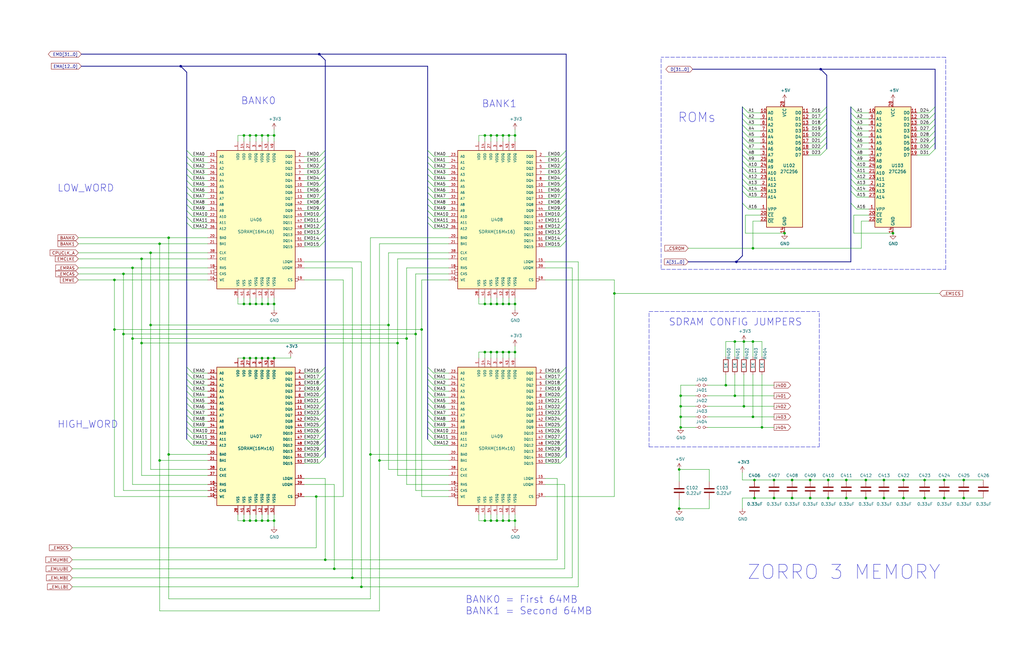
<source format=kicad_sch>
(kicad_sch (version 20211123) (generator eeschema)
  (paper "B")
  (title_block (title "Amiga N2630") (date "2022-05-26") (rev "2.0 QFP"))
  (junction (at 313.69 171.45))
  (junction (at 107.95 151.13))
  (junction (at 346.075 29.21))
  (junction (at 212.09 57.15))
  (junction (at 207.01 128.27))
  (junction (at 133.35 209.55))
  (junction (at 398.145 210.185))
  (junction (at 115.57 219.71))
  (junction (at 113.03 219.71))
  (junction (at 76.2 27.94))
  (junction (at 334.01 202.565))
  (junction (at 406.4 210.185))
  (junction (at 287.02 180.34))
  (junction (at 334.01 210.185))
  (junction (at 381 202.565))
  (junction (at 175.26 140.97))
  (junction (at 71.12 191.77))
  (junction (at 287.02 167.005))
  (junction (at 115.57 57.15))
  (junction (at 110.49 219.71))
  (junction (at 140.97 240.03))
  (junction (at 318.135 210.185))
  (junction (at 55.88 142.875))
  (junction (at 318.135 202.565))
  (junction (at 365.125 202.565))
  (junction (at 398.145 202.565))
  (junction (at 372.745 210.185))
  (junction (at 107.95 219.71))
  (junction (at 381 210.185))
  (junction (at 376.555 98.425))
  (junction (at 326.39 202.565))
  (junction (at 113.03 151.13))
  (junction (at 212.09 128.27))
  (junction (at 317.5 104.775))
  (junction (at 204.47 219.71))
  (junction (at 287.02 175.895))
  (junction (at 349.25 210.185))
  (junction (at 171.45 142.875))
  (junction (at 341.63 210.185))
  (junction (at 207.01 148.59))
  (junction (at 102.87 151.13))
  (junction (at 309.88 144.145))
  (junction (at 330.835 98.425))
  (junction (at 310.515 110.49))
  (junction (at 115.57 128.27))
  (junction (at 102.87 57.15))
  (junction (at 177.8 139.065))
  (junction (at 217.17 219.71))
  (junction (at 152.4 247.65))
  (junction (at 209.55 148.59))
  (junction (at 204.47 57.15))
  (junction (at 209.55 128.27))
  (junction (at 204.47 148.59))
  (junction (at 209.55 57.15))
  (junction (at 105.41 128.27))
  (junction (at 67.31 102.87))
  (junction (at 356.87 210.185))
  (junction (at 317.5 144.145))
  (junction (at 63.5 137.16))
  (junction (at 214.63 57.15))
  (junction (at 214.63 148.59))
  (junction (at 110.49 151.13))
  (junction (at 59.69 144.78))
  (junction (at 217.17 57.15))
  (junction (at 167.64 144.78))
  (junction (at 52.07 140.97))
  (junction (at 55.88 113.03))
  (junction (at 313.69 144.145))
  (junction (at 102.87 128.27))
  (junction (at 163.83 137.16))
  (junction (at 59.69 109.22))
  (junction (at 341.63 202.565))
  (junction (at 207.01 219.71))
  (junction (at 156.21 191.77))
  (junction (at 160.02 194.31))
  (junction (at 209.55 219.71))
  (junction (at 105.41 151.13))
  (junction (at 309.88 167.005))
  (junction (at 105.41 57.15))
  (junction (at 63.5 106.68))
  (junction (at 372.745 202.565))
  (junction (at 321.31 180.34))
  (junction (at 105.41 219.71))
  (junction (at 48.26 139.065))
  (junction (at 67.31 194.31))
  (junction (at 107.95 57.15))
  (junction (at 326.39 210.185))
  (junction (at 286.385 198.12))
  (junction (at 259.08 123.825))
  (junction (at 406.4 202.565))
  (junction (at 48.26 118.11))
  (junction (at 148.59 243.84))
  (junction (at 306.07 162.56))
  (junction (at 110.49 57.15))
  (junction (at 52.07 115.57))
  (junction (at 287.02 171.45))
  (junction (at 212.09 148.59))
  (junction (at 356.87 202.565))
  (junction (at 102.87 219.71))
  (junction (at 71.12 100.33))
  (junction (at 134.62 22.86))
  (junction (at 217.17 128.27))
  (junction (at 214.63 128.27))
  (junction (at 115.57 151.13))
  (junction (at 365.125 210.185))
  (junction (at 110.49 128.27))
  (junction (at 204.47 128.27))
  (junction (at 137.16 236.22))
  (junction (at 317.5 175.895))
  (junction (at 217.17 148.59))
  (junction (at 113.03 57.15))
  (junction (at 389.89 210.185))
  (junction (at 107.95 128.27))
  (junction (at 113.03 128.27))
  (junction (at 207.01 57.15))
  (junction (at 214.63 219.71))
  (junction (at 286.385 214.63))
  (junction (at 349.25 202.565))
  (junction (at 389.89 202.565))
  (junction (at 212.09 219.71))
  (bus_entry (at 81.28 157.48) (size -2.54 -2.54))
  (bus_entry (at 236.22 83.82) (size 2.54 -2.54))
  (bus_entry (at 134.62 101.6) (size 2.54 -2.54))
  (bus_entry (at 134.62 86.36) (size 2.54 -2.54))
  (bus_entry (at 236.22 193.04) (size 2.54 -2.54))
  (bus_entry (at 236.22 172.72) (size 2.54 -2.54))
  (bus_entry (at 391.795 65.405) (size 2.54 -2.54))
  (bus_entry (at 134.62 187.96) (size 2.54 -2.54))
  (bus_entry (at 81.28 86.36) (size -2.54 -2.54))
  (bus_entry (at 391.795 52.705) (size 2.54 -2.54))
  (bus_entry (at 81.28 88.9) (size -2.54 -2.54))
  (bus_entry (at 236.22 73.66) (size 2.54 -2.54))
  (bus_entry (at 81.28 73.66) (size -2.54 -2.54))
  (bus_entry (at 134.62 193.04) (size 2.54 -2.54))
  (bus_entry (at 134.62 190.5) (size 2.54 -2.54))
  (bus_entry (at 236.22 66.04) (size 2.54 -2.54))
  (bus_entry (at 134.62 170.18) (size 2.54 -2.54))
  (bus_entry (at 134.62 88.9) (size 2.54 -2.54))
  (bus_entry (at 315.595 70.485) (size -2.54 -2.54))
  (bus_entry (at 182.88 66.04) (size -2.54 -2.54))
  (bus_entry (at 182.88 88.9) (size -2.54 -2.54))
  (bus_entry (at 182.88 180.34) (size -2.54 -2.54))
  (bus_entry (at 236.22 71.12) (size 2.54 -2.54))
  (bus_entry (at 134.62 182.88) (size 2.54 -2.54))
  (bus_entry (at 81.28 93.98) (size -2.54 -2.54))
  (bus_entry (at 361.315 47.625) (size -2.54 -2.54))
  (bus_entry (at 81.28 172.72) (size -2.54 -2.54))
  (bus_entry (at 81.28 71.12) (size -2.54 -2.54))
  (bus_entry (at 361.315 88.265) (size -2.54 -2.54))
  (bus_entry (at 361.315 52.705) (size -2.54 -2.54))
  (bus_entry (at 361.315 55.245) (size -2.54 -2.54))
  (bus_entry (at 346.075 65.405) (size 2.54 -2.54))
  (bus_entry (at 182.88 78.74) (size -2.54 -2.54))
  (bus_entry (at 182.88 175.26) (size -2.54 -2.54))
  (bus_entry (at 182.88 187.96) (size -2.54 -2.54))
  (bus_entry (at 182.88 177.8) (size -2.54 -2.54))
  (bus_entry (at 182.88 91.44) (size -2.54 -2.54))
  (bus_entry (at 236.22 68.58) (size 2.54 -2.54))
  (bus_entry (at 315.595 47.625) (size -2.54 -2.54))
  (bus_entry (at 81.28 83.82) (size -2.54 -2.54))
  (bus_entry (at 134.62 180.34) (size 2.54 -2.54))
  (bus_entry (at 236.22 76.2) (size 2.54 -2.54))
  (bus_entry (at 182.88 170.18) (size -2.54 -2.54))
  (bus_entry (at 315.595 78.105) (size -2.54 -2.54))
  (bus_entry (at 346.075 55.245) (size 2.54 -2.54))
  (bus_entry (at 236.22 177.8) (size 2.54 -2.54))
  (bus_entry (at 361.315 83.185) (size -2.54 -2.54))
  (bus_entry (at 315.595 67.945) (size -2.54 -2.54))
  (bus_entry (at 236.22 182.88) (size 2.54 -2.54))
  (bus_entry (at 81.28 68.58) (size -2.54 -2.54))
  (bus_entry (at 81.28 165.1) (size -2.54 -2.54))
  (bus_entry (at 361.315 73.025) (size -2.54 -2.54))
  (bus_entry (at 81.28 162.56) (size -2.54 -2.54))
  (bus_entry (at 236.22 93.98) (size 2.54 -2.54))
  (bus_entry (at 81.28 187.96) (size -2.54 -2.54))
  (bus_entry (at 236.22 86.36) (size 2.54 -2.54))
  (bus_entry (at 315.595 80.645) (size -2.54 -2.54))
  (bus_entry (at 81.28 175.26) (size -2.54 -2.54))
  (bus_entry (at 236.22 165.1) (size 2.54 -2.54))
  (bus_entry (at 134.62 167.64) (size 2.54 -2.54))
  (bus_entry (at 81.28 177.8) (size -2.54 -2.54))
  (bus_entry (at 315.595 52.705) (size -2.54 -2.54))
  (bus_entry (at 134.62 78.74) (size 2.54 -2.54))
  (bus_entry (at 361.315 62.865) (size -2.54 -2.54))
  (bus_entry (at 236.22 167.64) (size 2.54 -2.54))
  (bus_entry (at 236.22 175.26) (size 2.54 -2.54))
  (bus_entry (at 361.315 65.405) (size -2.54 -2.54))
  (bus_entry (at 236.22 81.28) (size 2.54 -2.54))
  (bus_entry (at 134.62 93.98) (size 2.54 -2.54))
  (bus_entry (at 182.88 162.56) (size -2.54 -2.54))
  (bus_entry (at 236.22 180.34) (size 2.54 -2.54))
  (bus_entry (at 391.795 50.165) (size 2.54 -2.54))
  (bus_entry (at 182.88 167.64) (size -2.54 -2.54))
  (bus_entry (at 236.22 185.42) (size 2.54 -2.54))
  (bus_entry (at 134.62 73.66) (size 2.54 -2.54))
  (bus_entry (at 182.88 83.82) (size -2.54 -2.54))
  (bus_entry (at 134.62 71.12) (size 2.54 -2.54))
  (bus_entry (at 236.22 101.6) (size 2.54 -2.54))
  (bus_entry (at 134.62 160.02) (size 2.54 -2.54))
  (bus_entry (at 182.88 76.2) (size -2.54 -2.54))
  (bus_entry (at 134.62 165.1) (size 2.54 -2.54))
  (bus_entry (at 81.28 167.64) (size -2.54 -2.54))
  (bus_entry (at 236.22 190.5) (size 2.54 -2.54))
  (bus_entry (at 182.88 165.1) (size -2.54 -2.54))
  (bus_entry (at 315.595 75.565) (size -2.54 -2.54))
  (bus_entry (at 346.075 47.625) (size 2.54 -2.54))
  (bus_entry (at 134.62 68.58) (size 2.54 -2.54))
  (bus_entry (at 134.62 66.04) (size 2.54 -2.54))
  (bus_entry (at 315.595 55.245) (size -2.54 -2.54))
  (bus_entry (at 315.595 73.025) (size -2.54 -2.54))
  (bus_entry (at 81.28 96.52) (size -2.54 -2.54))
  (bus_entry (at 236.22 187.96) (size 2.54 -2.54))
  (bus_entry (at 361.315 60.325) (size -2.54 -2.54))
  (bus_entry (at 81.28 76.2) (size -2.54 -2.54))
  (bus_entry (at 134.62 91.44) (size 2.54 -2.54))
  (bus_entry (at 134.62 99.06) (size 2.54 -2.54))
  (bus_entry (at 236.22 88.9) (size 2.54 -2.54))
  (bus_entry (at 236.22 195.58) (size 2.54 -2.54))
  (bus_entry (at 182.88 182.88) (size -2.54 -2.54))
  (bus_entry (at 182.88 157.48) (size -2.54 -2.54))
  (bus_entry (at 361.315 67.945) (size -2.54 -2.54))
  (bus_entry (at 346.075 57.785) (size 2.54 -2.54))
  (bus_entry (at 134.62 96.52) (size 2.54 -2.54))
  (bus_entry (at 134.62 162.56) (size 2.54 -2.54))
  (bus_entry (at 81.28 185.42) (size -2.54 -2.54))
  (bus_entry (at 134.62 172.72) (size 2.54 -2.54))
  (bus_entry (at 236.22 96.52) (size 2.54 -2.54))
  (bus_entry (at 81.28 66.04) (size -2.54 -2.54))
  (bus_entry (at 81.28 81.28) (size -2.54 -2.54))
  (bus_entry (at 236.22 104.14) (size 2.54 -2.54))
  (bus_entry (at 236.22 78.74) (size 2.54 -2.54))
  (bus_entry (at 81.28 170.18) (size -2.54 -2.54))
  (bus_entry (at 81.28 78.74) (size -2.54 -2.54))
  (bus_entry (at 236.22 99.06) (size 2.54 -2.54))
  (bus_entry (at 315.595 83.185) (size -2.54 -2.54))
  (bus_entry (at 236.22 162.56) (size 2.54 -2.54))
  (bus_entry (at 134.62 185.42) (size 2.54 -2.54))
  (bus_entry (at 236.22 160.02) (size 2.54 -2.54))
  (bus_entry (at 182.88 185.42) (size -2.54 -2.54))
  (bus_entry (at 346.075 60.325) (size 2.54 -2.54))
  (bus_entry (at 346.075 52.705) (size 2.54 -2.54))
  (bus_entry (at 361.315 57.785) (size -2.54 -2.54))
  (bus_entry (at 134.62 83.82) (size 2.54 -2.54))
  (bus_entry (at 182.88 71.12) (size -2.54 -2.54))
  (bus_entry (at 361.315 70.485) (size -2.54 -2.54))
  (bus_entry (at 81.28 180.34) (size -2.54 -2.54))
  (bus_entry (at 236.22 157.48) (size 2.54 -2.54))
  (bus_entry (at 315.595 88.265) (size -2.54 -2.54))
  (bus_entry (at 315.595 50.165) (size -2.54 -2.54))
  (bus_entry (at 391.795 62.865) (size 2.54 -2.54))
  (bus_entry (at 391.795 55.245) (size 2.54 -2.54))
  (bus_entry (at 134.62 177.8) (size 2.54 -2.54))
  (bus_entry (at 182.88 93.98) (size -2.54 -2.54))
  (bus_entry (at 81.28 182.88) (size -2.54 -2.54))
  (bus_entry (at 346.075 62.865) (size 2.54 -2.54))
  (bus_entry (at 315.595 57.785) (size -2.54 -2.54))
  (bus_entry (at 236.22 91.44) (size 2.54 -2.54))
  (bus_entry (at 182.88 160.02) (size -2.54 -2.54))
  (bus_entry (at 134.62 104.14) (size 2.54 -2.54))
  (bus_entry (at 391.795 60.325) (size 2.54 -2.54))
  (bus_entry (at 182.88 172.72) (size -2.54 -2.54))
  (bus_entry (at 134.62 195.58) (size 2.54 -2.54))
  (bus_entry (at 361.315 80.645) (size -2.54 -2.54))
  (bus_entry (at 315.595 65.405) (size -2.54 -2.54))
  (bus_entry (at 391.795 57.785) (size 2.54 -2.54))
  (bus_entry (at 391.795 47.625) (size 2.54 -2.54))
  (bus_entry (at 182.88 68.58) (size -2.54 -2.54))
  (bus_entry (at 134.62 81.28) (size 2.54 -2.54))
  (bus_entry (at 361.315 75.565) (size -2.54 -2.54))
  (bus_entry (at 182.88 86.36) (size -2.54 -2.54))
  (bus_entry (at 81.28 91.44) (size -2.54 -2.54))
  (bus_entry (at 346.075 50.165) (size 2.54 -2.54))
  (bus_entry (at 182.88 81.28) (size -2.54 -2.54))
  (bus_entry (at 315.595 62.865) (size -2.54 -2.54))
  (bus_entry (at 134.62 157.48) (size 2.54 -2.54))
  (bus_entry (at 361.315 50.165) (size -2.54 -2.54))
  (bus_entry (at 134.62 76.2) (size 2.54 -2.54))
  (bus_entry (at 361.315 78.105) (size -2.54 -2.54))
  (bus_entry (at 81.28 160.02) (size -2.54 -2.54))
  (bus_entry (at 134.62 175.26) (size 2.54 -2.54))
  (bus_entry (at 315.595 60.325) (size -2.54 -2.54))
  (bus_entry (at 182.88 73.66) (size -2.54 -2.54))
  (bus_entry (at 236.22 170.18) (size 2.54 -2.54))
  (bus_entry (at 182.88 96.52) (size -2.54 -2.54))
  (bus (pts (xy 238.76 22.86) (xy 238.76 63.5)))
  (wire (pts (xy 321.31 158.115) (xy 321.31 180.34)))
  (wire (pts (xy 306.07 144.145) (xy 309.88 144.145)))
  (bus (pts (xy 78.74 93.98) (xy 78.74 154.94)))
  (wire (pts (xy 214.63 151.13) (xy 214.63 148.59)))
  (bus (pts (xy 346.075 29.21) (xy 394.335 29.21)))
  (wire (pts (xy 128.27 71.12) (xy 134.62 71.12)))
  (wire (pts (xy 229.87 157.48) (xy 236.22 157.48)))
  (wire (pts (xy 87.63 182.88) (xy 81.28 182.88)))
  (wire (pts (xy 314.325 90.805) (xy 314.325 98.425)))
  (wire (pts (xy 128.27 68.58) (xy 134.62 68.58)))
  (wire (pts (xy 381 210.185) (xy 389.89 210.185)))
  (wire (pts (xy 167.64 144.78) (xy 167.64 200.66)))
  (wire (pts (xy 313.69 171.45) (xy 326.39 171.45)))
  (wire (pts (xy 115.57 57.15) (xy 115.57 54.61)))
  (wire (pts (xy 229.87 170.18) (xy 236.22 170.18)))
  (wire (pts (xy 115.57 59.69) (xy 115.57 57.15)))
  (bus (pts (xy 238.76 66.04) (xy 238.76 68.58)))
  (wire (pts (xy 59.69 200.66) (xy 59.69 144.78)))
  (bus (pts (xy 238.76 175.26) (xy 238.76 177.8)))
  (wire (pts (xy 156.21 252.73) (xy 71.12 252.73)))
  (bus (pts (xy 313.055 47.625) (xy 313.055 50.165)))
  (bus (pts (xy 358.775 62.865) (xy 358.775 65.405)))
  (bus (pts (xy 238.76 154.94) (xy 238.76 157.48)))
  (wire (pts (xy 189.23 160.02) (xy 182.88 160.02)))
  (bus (pts (xy 180.34 27.94) (xy 180.34 63.5)))
  (wire (pts (xy 363.22 93.345) (xy 363.22 104.775)))
  (bus (pts (xy 358.775 67.945) (xy 358.775 70.485)))
  (wire (pts (xy 229.87 76.2) (xy 236.22 76.2)))
  (bus (pts (xy 137.16 185.42) (xy 137.16 187.96)))
  (wire (pts (xy 189.23 115.57) (xy 175.26 115.57)))
  (wire (pts (xy 386.715 52.705) (xy 391.795 52.705)))
  (bus (pts (xy 180.34 162.56) (xy 180.34 165.1)))
  (wire (pts (xy 59.69 144.78) (xy 167.64 144.78)))
  (wire (pts (xy 87.63 113.03) (xy 55.88 113.03)))
  (bus (pts (xy 238.76 99.06) (xy 238.76 101.6)))
  (wire (pts (xy 128.27 190.5) (xy 134.62 190.5)))
  (bus (pts (xy 358.775 60.325) (xy 358.775 62.865)))
  (bus (pts (xy 348.615 31.75) (xy 348.615 45.085)))
  (wire (pts (xy 140.97 240.03) (xy 30.48 240.03)))
  (wire (pts (xy 67.31 257.81) (xy 160.02 257.81)))
  (wire (pts (xy 100.33 57.15) (xy 102.87 57.15)))
  (wire (pts (xy 189.23 102.87) (xy 160.02 102.87)))
  (wire (pts (xy 189.23 175.26) (xy 182.88 175.26)))
  (wire (pts (xy 366.395 78.105) (xy 361.315 78.105)))
  (wire (pts (xy 67.31 194.31) (xy 67.31 102.87)))
  (wire (pts (xy 365.125 210.185) (xy 372.745 210.185)))
  (wire (pts (xy 320.675 55.245) (xy 315.595 55.245)))
  (wire (pts (xy 167.64 109.22) (xy 167.64 144.78)))
  (wire (pts (xy 189.23 76.2) (xy 182.88 76.2)))
  (wire (pts (xy 340.995 55.245) (xy 346.075 55.245)))
  (wire (pts (xy 320.675 62.865) (xy 315.595 62.865)))
  (wire (pts (xy 287.02 171.45) (xy 287.02 175.895)))
  (wire (pts (xy 189.23 100.33) (xy 156.21 100.33)))
  (bus (pts (xy 137.16 170.18) (xy 137.16 172.72)))
  (polyline (pts (xy 398.78 113.665) (xy 398.78 24.13)))
  (wire (pts (xy 52.07 115.57) (xy 87.63 115.57)))
  (wire (pts (xy 318.135 202.565) (xy 326.39 202.565)))
  (wire (pts (xy 386.715 55.245) (xy 391.795 55.245)))
  (wire (pts (xy 175.26 115.57) (xy 175.26 140.97)))
  (wire (pts (xy 313.69 144.145) (xy 313.69 150.495)))
  (bus (pts (xy 137.16 157.48) (xy 137.16 160.02)))
  (bus (pts (xy 394.335 45.085) (xy 394.335 47.625)))
  (wire (pts (xy 189.23 207.01) (xy 175.26 207.01)))
  (wire (pts (xy 207.01 217.17) (xy 207.01 219.71)))
  (wire (pts (xy 87.63 78.74) (xy 81.28 78.74)))
  (wire (pts (xy 286.385 203.2) (xy 286.385 198.12)))
  (wire (pts (xy 189.23 68.58) (xy 182.88 68.58)))
  (bus (pts (xy 238.76 165.1) (xy 238.76 167.64)))
  (bus (pts (xy 137.16 93.98) (xy 137.16 96.52)))
  (wire (pts (xy 340.995 57.785) (xy 346.075 57.785)))
  (wire (pts (xy 128.27 81.28) (xy 134.62 81.28)))
  (wire (pts (xy 320.675 65.405) (xy 315.595 65.405)))
  (wire (pts (xy 160.02 194.31) (xy 160.02 257.81)))
  (bus (pts (xy 137.16 25.4) (xy 134.62 22.86)))
  (bus (pts (xy 180.34 88.9) (xy 180.34 91.44)))
  (wire (pts (xy 372.745 202.565) (xy 381 202.565)))
  (wire (pts (xy 201.93 128.27) (xy 204.47 128.27)))
  (bus (pts (xy 180.34 180.34) (xy 180.34 182.88)))
  (bus (pts (xy 134.62 22.86) (xy 238.76 22.86)))
  (wire (pts (xy 209.55 148.59) (xy 212.09 148.59)))
  (wire (pts (xy 100.33 219.71) (xy 102.87 219.71)))
  (wire (pts (xy 128.27 170.18) (xy 134.62 170.18)))
  (wire (pts (xy 366.395 73.025) (xy 361.315 73.025)))
  (wire (pts (xy 87.63 109.22) (xy 59.69 109.22)))
  (wire (pts (xy 63.5 198.12) (xy 63.5 137.16)))
  (wire (pts (xy 201.93 125.73) (xy 201.93 128.27)))
  (bus (pts (xy 313.055 75.565) (xy 313.055 78.105)))
  (wire (pts (xy 204.47 148.59) (xy 207.01 148.59)))
  (wire (pts (xy 163.83 137.16) (xy 163.83 198.12)))
  (bus (pts (xy 180.34 71.12) (xy 180.34 73.66)))
  (wire (pts (xy 318.135 202.565) (xy 313.055 202.565)))
  (wire (pts (xy 340.995 52.705) (xy 346.075 52.705)))
  (wire (pts (xy 259.08 123.825) (xy 259.08 209.55)))
  (wire (pts (xy 299.085 198.12) (xy 299.085 203.2)))
  (wire (pts (xy 87.63 167.64) (xy 81.28 167.64)))
  (wire (pts (xy 229.87 81.28) (xy 236.22 81.28)))
  (bus (pts (xy 180.34 73.66) (xy 180.34 76.2)))
  (wire (pts (xy 229.87 113.03) (xy 241.3 113.03)))
  (wire (pts (xy 321.31 150.495) (xy 321.31 144.145)))
  (bus (pts (xy 137.16 167.64) (xy 137.16 170.18)))
  (bus (pts (xy 358.775 50.165) (xy 358.775 52.705)))
  (wire (pts (xy 398.145 202.565) (xy 406.4 202.565)))
  (wire (pts (xy 189.23 88.9) (xy 182.88 88.9)))
  (wire (pts (xy 48.26 139.065) (xy 48.26 209.55)))
  (wire (pts (xy 201.93 57.15) (xy 204.47 57.15)))
  (wire (pts (xy 102.87 219.71) (xy 105.41 219.71)))
  (bus (pts (xy 180.34 182.88) (xy 180.34 185.42)))
  (wire (pts (xy 366.395 57.785) (xy 361.315 57.785)))
  (wire (pts (xy 102.87 151.13) (xy 105.41 151.13)))
  (wire (pts (xy 318.135 210.185) (xy 326.39 210.185)))
  (bus (pts (xy 137.16 91.44) (xy 137.16 93.98)))
  (wire (pts (xy 299.085 214.63) (xy 299.085 210.82)))
  (wire (pts (xy 366.395 75.565) (xy 361.315 75.565)))
  (wire (pts (xy 214.63 217.17) (xy 214.63 219.71)))
  (bus (pts (xy 180.34 76.2) (xy 180.34 78.74)))
  (wire (pts (xy 107.95 151.13) (xy 110.49 151.13)))
  (wire (pts (xy 212.09 217.17) (xy 212.09 219.71)))
  (bus (pts (xy 137.16 182.88) (xy 137.16 185.42)))
  (bus (pts (xy 394.335 52.705) (xy 394.335 55.245)))
  (wire (pts (xy 317.5 104.775) (xy 290.195 104.775)))
  (wire (pts (xy 71.12 191.77) (xy 71.12 100.33)))
  (wire (pts (xy 320.675 47.625) (xy 315.595 47.625)))
  (wire (pts (xy 189.23 78.74) (xy 182.88 78.74)))
  (wire (pts (xy 189.23 194.31) (xy 160.02 194.31)))
  (wire (pts (xy 128.27 162.56) (xy 134.62 162.56)))
  (wire (pts (xy 309.88 167.005) (xy 326.39 167.005)))
  (wire (pts (xy 234.95 201.93) (xy 234.95 236.22)))
  (wire (pts (xy 340.995 47.625) (xy 346.075 47.625)))
  (bus (pts (xy 348.615 52.705) (xy 348.615 55.245)))
  (wire (pts (xy 214.63 219.71) (xy 217.17 219.71)))
  (bus (pts (xy 358.775 85.725) (xy 358.775 110.49)))
  (wire (pts (xy 128.27 88.9) (xy 134.62 88.9)))
  (bus (pts (xy 78.74 78.74) (xy 78.74 81.28)))
  (wire (pts (xy 229.87 83.82) (xy 236.22 83.82)))
  (wire (pts (xy 320.675 83.185) (xy 315.595 83.185)))
  (wire (pts (xy 286.385 214.63) (xy 299.085 214.63)))
  (wire (pts (xy 366.395 67.945) (xy 361.315 67.945)))
  (wire (pts (xy 105.41 125.73) (xy 105.41 128.27)))
  (bus (pts (xy 180.34 167.64) (xy 180.34 170.18)))
  (wire (pts (xy 217.17 148.59) (xy 217.17 146.05)))
  (wire (pts (xy 163.83 198.12) (xy 189.23 198.12)))
  (wire (pts (xy 189.23 96.52) (xy 182.88 96.52)))
  (bus (pts (xy 180.34 86.36) (xy 180.34 88.9)))
  (polyline (pts (xy 345.44 188.595) (xy 345.44 131.445)))
  (bus (pts (xy 180.34 91.44) (xy 180.34 93.98)))
  (wire (pts (xy 386.715 62.865) (xy 391.795 62.865)))
  (wire (pts (xy 87.63 177.8) (xy 81.28 177.8)))
  (bus (pts (xy 76.2 27.94) (xy 180.34 27.94)))
  (wire (pts (xy 229.87 99.06) (xy 236.22 99.06)))
  (wire (pts (xy 229.87 187.96) (xy 236.22 187.96)))
  (wire (pts (xy 320.675 88.265) (xy 315.595 88.265)))
  (wire (pts (xy 398.145 210.185) (xy 406.4 210.185)))
  (bus (pts (xy 310.515 110.49) (xy 358.775 110.49)))
  (wire (pts (xy 287.02 175.895) (xy 293.37 175.895)))
  (wire (pts (xy 189.23 170.18) (xy 182.88 170.18)))
  (wire (pts (xy 365.125 202.565) (xy 356.87 202.565)))
  (wire (pts (xy 363.22 104.775) (xy 317.5 104.775)))
  (wire (pts (xy 102.87 128.27) (xy 105.41 128.27)))
  (wire (pts (xy 48.26 118.11) (xy 33.02 118.11)))
  (wire (pts (xy 313.69 144.145) (xy 317.5 144.145)))
  (wire (pts (xy 229.87 204.47) (xy 238.125 204.47)))
  (bus (pts (xy 78.74 81.28) (xy 78.74 83.82)))
  (bus (pts (xy 137.16 154.94) (xy 137.16 157.48)))
  (bus (pts (xy 238.76 182.88) (xy 238.76 185.42)))
  (wire (pts (xy 87.63 191.77) (xy 71.12 191.77)))
  (wire (pts (xy 340.995 65.405) (xy 346.075 65.405)))
  (polyline (pts (xy 278.765 113.665) (xy 398.78 113.665)))
  (wire (pts (xy 238.125 240.03) (xy 238.125 204.47)))
  (wire (pts (xy 229.87 96.52) (xy 236.22 96.52)))
  (bus (pts (xy 238.76 180.34) (xy 238.76 182.88)))
  (wire (pts (xy 317.5 144.145) (xy 321.31 144.145)))
  (wire (pts (xy 381 202.565) (xy 389.89 202.565)))
  (wire (pts (xy 334.01 202.565) (xy 341.63 202.565)))
  (bus (pts (xy 238.76 162.56) (xy 238.76 165.1)))
  (bus (pts (xy 78.74 162.56) (xy 78.74 165.1)))
  (wire (pts (xy 209.55 125.73) (xy 209.55 128.27)))
  (wire (pts (xy 128.27 201.93) (xy 137.16 201.93)))
  (wire (pts (xy 63.5 137.16) (xy 63.5 106.68)))
  (wire (pts (xy 212.09 151.13) (xy 212.09 148.59)))
  (wire (pts (xy 87.63 157.48) (xy 81.28 157.48)))
  (bus (pts (xy 313.055 52.705) (xy 313.055 55.245)))
  (wire (pts (xy 52.07 207.01) (xy 52.07 140.97)))
  (bus (pts (xy 292.1 29.21) (xy 346.075 29.21)))
  (bus (pts (xy 180.34 175.26) (xy 180.34 177.8)))
  (wire (pts (xy 189.23 91.44) (xy 182.88 91.44)))
  (wire (pts (xy 128.27 175.26) (xy 134.62 175.26)))
  (wire (pts (xy 313.055 202.565) (xy 313.055 199.39)))
  (wire (pts (xy 67.31 194.31) (xy 67.31 257.81)))
  (wire (pts (xy 209.55 219.71) (xy 212.09 219.71)))
  (bus (pts (xy 358.775 65.405) (xy 358.775 67.945)))
  (wire (pts (xy 105.41 128.27) (xy 107.95 128.27)))
  (wire (pts (xy 209.55 217.17) (xy 209.55 219.71)))
  (wire (pts (xy 340.995 62.865) (xy 346.075 62.865)))
  (polyline (pts (xy 398.78 24.13) (xy 278.765 24.13)))
  (wire (pts (xy 115.57 151.13) (xy 122.555 151.13)))
  (wire (pts (xy 201.93 217.17) (xy 201.93 219.71)))
  (wire (pts (xy 107.95 128.27) (xy 110.49 128.27)))
  (wire (pts (xy 386.715 50.165) (xy 391.795 50.165)))
  (bus (pts (xy 238.76 170.18) (xy 238.76 172.72)))
  (wire (pts (xy 140.97 204.47) (xy 140.97 240.03)))
  (wire (pts (xy 87.63 118.11) (xy 48.26 118.11)))
  (bus (pts (xy 358.775 80.645) (xy 358.775 85.725)))
  (wire (pts (xy 209.55 151.13) (xy 209.55 148.59)))
  (wire (pts (xy 366.395 70.485) (xy 361.315 70.485)))
  (wire (pts (xy 366.395 88.265) (xy 361.315 88.265)))
  (wire (pts (xy 366.395 65.405) (xy 361.315 65.405)))
  (wire (pts (xy 113.03 219.71) (xy 115.57 219.71)))
  (wire (pts (xy 87.63 81.28) (xy 81.28 81.28)))
  (wire (pts (xy 320.675 57.785) (xy 315.595 57.785)))
  (bus (pts (xy 180.34 177.8) (xy 180.34 180.34)))
  (wire (pts (xy 177.8 118.11) (xy 177.8 139.065)))
  (bus (pts (xy 313.055 85.725) (xy 313.055 107.95)))
  (wire (pts (xy 349.25 202.565) (xy 341.63 202.565)))
  (wire (pts (xy 341.63 210.185) (xy 349.25 210.185)))
  (wire (pts (xy 217.17 59.69) (xy 217.17 57.15)))
  (bus (pts (xy 238.76 172.72) (xy 238.76 175.26)))
  (wire (pts (xy 366.395 55.245) (xy 361.315 55.245)))
  (bus (pts (xy 348.615 57.785) (xy 348.615 60.325)))
  (bus (pts (xy 238.76 185.42) (xy 238.76 187.96)))
  (wire (pts (xy 115.57 219.71) (xy 115.57 222.25)))
  (bus (pts (xy 180.34 81.28) (xy 180.34 83.82)))
  (wire (pts (xy 201.93 148.59) (xy 204.47 148.59)))
  (wire (pts (xy 102.87 125.73) (xy 102.87 128.27)))
  (wire (pts (xy 229.87 190.5) (xy 236.22 190.5)))
  (wire (pts (xy 204.47 217.17) (xy 204.47 219.71)))
  (wire (pts (xy 71.12 100.33) (xy 33.02 100.33)))
  (wire (pts (xy 52.07 140.97) (xy 175.26 140.97)))
  (wire (pts (xy 189.23 66.04) (xy 182.88 66.04)))
  (bus (pts (xy 78.74 76.2) (xy 78.74 78.74)))
  (bus (pts (xy 313.055 67.945) (xy 313.055 70.485)))
  (wire (pts (xy 389.89 202.565) (xy 398.145 202.565)))
  (wire (pts (xy 217.17 128.27) (xy 217.17 125.73)))
  (bus (pts (xy 78.74 180.34) (xy 78.74 182.88)))
  (wire (pts (xy 107.95 219.71) (xy 110.49 219.71)))
  (wire (pts (xy 152.4 110.49) (xy 152.4 247.65)))
  (wire (pts (xy 229.87 165.1) (xy 236.22 165.1)))
  (wire (pts (xy 128.27 86.36) (xy 134.62 86.36)))
  (wire (pts (xy 366.395 62.865) (xy 361.315 62.865)))
  (wire (pts (xy 366.395 90.805) (xy 360.045 90.805)))
  (bus (pts (xy 137.16 63.5) (xy 137.16 66.04)))
  (wire (pts (xy 366.395 83.185) (xy 361.315 83.185)))
  (bus (pts (xy 358.775 75.565) (xy 358.775 78.105)))
  (wire (pts (xy 137.16 236.22) (xy 234.95 236.22)))
  (wire (pts (xy 229.87 91.44) (xy 236.22 91.44)))
  (bus (pts (xy 78.74 66.04) (xy 78.74 68.58)))
  (wire (pts (xy 102.87 57.15) (xy 105.41 57.15)))
  (wire (pts (xy 286.385 210.82) (xy 286.385 214.63)))
  (wire (pts (xy 189.23 180.34) (xy 182.88 180.34)))
  (bus (pts (xy 34.29 27.94) (xy 76.2 27.94)))
  (bus (pts (xy 78.74 73.66) (xy 78.74 76.2)))
  (bus (pts (xy 137.16 187.96) (xy 137.16 190.5)))
  (bus (pts (xy 78.74 160.02) (xy 78.74 162.56)))
  (wire (pts (xy 189.23 187.96) (xy 182.88 187.96)))
  (bus (pts (xy 78.74 91.44) (xy 78.74 93.98)))
  (wire (pts (xy 189.23 185.42) (xy 182.88 185.42)))
  (bus (pts (xy 137.16 175.26) (xy 137.16 177.8)))
  (bus (pts (xy 313.055 70.485) (xy 313.055 73.025)))
  (bus (pts (xy 137.16 160.02) (xy 137.16 162.56)))
  (wire (pts (xy 189.23 113.03) (xy 171.45 113.03)))
  (wire (pts (xy 87.63 76.2) (xy 81.28 76.2)))
  (wire (pts (xy 87.63 160.02) (xy 81.28 160.02)))
  (wire (pts (xy 214.63 59.69) (xy 214.63 57.15)))
  (wire (pts (xy 171.45 142.875) (xy 171.45 204.47)))
  (bus (pts (xy 313.055 62.865) (xy 313.055 65.405)))
  (bus (pts (xy 348.615 47.625) (xy 348.615 50.165)))
  (wire (pts (xy 309.88 144.145) (xy 309.88 150.495)))
  (wire (pts (xy 320.675 75.565) (xy 315.595 75.565)))
  (bus (pts (xy 78.74 63.5) (xy 78.74 66.04)))
  (wire (pts (xy 287.02 167.005) (xy 287.02 171.45)))
  (wire (pts (xy 320.675 93.345) (xy 317.5 93.345)))
  (wire (pts (xy 207.01 59.69) (xy 207.01 57.15)))
  (wire (pts (xy 366.395 93.345) (xy 363.22 93.345)))
  (wire (pts (xy 229.87 185.42) (xy 236.22 185.42)))
  (wire (pts (xy 189.23 165.1) (xy 182.88 165.1)))
  (wire (pts (xy 406.4 202.565) (xy 414.655 202.565)))
  (wire (pts (xy 320.675 73.025) (xy 315.595 73.025)))
  (wire (pts (xy 87.63 86.36) (xy 81.28 86.36)))
  (wire (pts (xy 87.63 93.98) (xy 81.28 93.98)))
  (wire (pts (xy 212.09 57.15) (xy 214.63 57.15)))
  (wire (pts (xy 204.47 128.27) (xy 207.01 128.27)))
  (wire (pts (xy 229.87 177.8) (xy 236.22 177.8)))
  (wire (pts (xy 113.03 125.73) (xy 113.03 128.27)))
  (bus (pts (xy 313.055 60.325) (xy 313.055 62.865)))
  (bus (pts (xy 238.76 96.52) (xy 238.76 99.06)))
  (wire (pts (xy 156.21 100.33) (xy 156.21 191.77)))
  (wire (pts (xy 87.63 162.56) (xy 81.28 162.56)))
  (wire (pts (xy 229.87 88.9) (xy 236.22 88.9)))
  (bus (pts (xy 358.775 52.705) (xy 358.775 55.245)))
  (wire (pts (xy 105.41 151.13) (xy 107.95 151.13)))
  (wire (pts (xy 52.07 140.97) (xy 52.07 115.57)))
  (wire (pts (xy 207.01 125.73) (xy 207.01 128.27)))
  (wire (pts (xy 212.09 148.59) (xy 214.63 148.59)))
  (wire (pts (xy 229.87 175.26) (xy 236.22 175.26)))
  (wire (pts (xy 137.16 236.22) (xy 30.48 236.22)))
  (bus (pts (xy 238.76 157.48) (xy 238.76 160.02)))
  (wire (pts (xy 110.49 151.13) (xy 113.03 151.13)))
  (bus (pts (xy 137.16 162.56) (xy 137.16 165.1)))
  (bus (pts (xy 358.775 45.085) (xy 358.775 47.625)))
  (wire (pts (xy 110.49 128.27) (xy 113.03 128.27)))
  (wire (pts (xy 115.57 128.27) (xy 115.57 130.81)))
  (polyline (pts (xy 273.685 131.445) (xy 345.44 131.445)))
  (bus (pts (xy 394.335 60.325) (xy 394.335 62.865)))
  (bus (pts (xy 78.74 71.12) (xy 78.74 73.66)))
  (wire (pts (xy 175.26 140.97) (xy 175.26 207.01)))
  (wire (pts (xy 33.02 115.57) (xy 52.07 115.57)))
  (bus (pts (xy 34.29 22.86) (xy 134.62 22.86)))
  (wire (pts (xy 287.02 167.005) (xy 293.37 167.005)))
  (wire (pts (xy 163.83 137.16) (xy 63.5 137.16)))
  (bus (pts (xy 78.74 30.48) (xy 76.2 27.94)))
  (wire (pts (xy 113.03 217.17) (xy 113.03 219.71)))
  (wire (pts (xy 209.55 57.15) (xy 212.09 57.15)))
  (wire (pts (xy 229.87 71.12) (xy 236.22 71.12)))
  (bus (pts (xy 358.775 55.245) (xy 358.775 57.785)))
  (wire (pts (xy 212.09 128.27) (xy 214.63 128.27)))
  (bus (pts (xy 358.775 70.485) (xy 358.775 73.025)))
  (bus (pts (xy 238.76 73.66) (xy 238.76 76.2)))
  (wire (pts (xy 217.17 219.71) (xy 217.17 217.17)))
  (wire (pts (xy 201.93 59.69) (xy 201.93 57.15)))
  (wire (pts (xy 229.87 193.04) (xy 236.22 193.04)))
  (wire (pts (xy 189.23 118.11) (xy 177.8 118.11)))
  (wire (pts (xy 318.135 210.185) (xy 313.055 210.185)))
  (wire (pts (xy 152.4 247.65) (xy 30.48 247.65)))
  (wire (pts (xy 128.27 180.34) (xy 134.62 180.34)))
  (wire (pts (xy 100.33 217.17) (xy 100.33 219.71)))
  (wire (pts (xy 287.02 162.56) (xy 287.02 167.005)))
  (wire (pts (xy 214.63 125.73) (xy 214.63 128.27)))
  (wire (pts (xy 306.07 158.115) (xy 306.07 162.56)))
  (wire (pts (xy 113.03 59.69) (xy 113.03 57.15)))
  (wire (pts (xy 148.59 243.84) (xy 30.48 243.84)))
  (wire (pts (xy 298.45 175.895) (xy 317.5 175.895)))
  (wire (pts (xy 287.02 180.34) (xy 293.37 180.34)))
  (wire (pts (xy 128.27 185.42) (xy 134.62 185.42)))
  (bus (pts (xy 180.34 160.02) (xy 180.34 162.56)))
  (bus (pts (xy 78.74 177.8) (xy 78.74 180.34)))
  (bus (pts (xy 238.76 88.9) (xy 238.76 91.44)))
  (wire (pts (xy 201.93 219.71) (xy 204.47 219.71)))
  (wire (pts (xy 144.78 209.55) (xy 144.78 118.11)))
  (wire (pts (xy 107.95 59.69) (xy 107.95 57.15)))
  (wire (pts (xy 217.17 57.15) (xy 217.17 54.61)))
  (wire (pts (xy 128.27 96.52) (xy 134.62 96.52)))
  (wire (pts (xy 87.63 102.87) (xy 67.31 102.87)))
  (wire (pts (xy 113.03 128.27) (xy 115.57 128.27)))
  (wire (pts (xy 309.88 144.145) (xy 313.69 144.145)))
  (wire (pts (xy 229.87 180.34) (xy 236.22 180.34)))
  (wire (pts (xy 55.88 113.03) (xy 33.02 113.03)))
  (wire (pts (xy 87.63 198.12) (xy 63.5 198.12)))
  (bus (pts (xy 180.34 63.5) (xy 180.34 66.04)))
  (bus (pts (xy 238.76 101.6) (xy 238.76 154.94)))
  (wire (pts (xy 133.35 209.55) (xy 144.78 209.55)))
  (wire (pts (xy 87.63 172.72) (xy 81.28 172.72)))
  (wire (pts (xy 189.23 93.98) (xy 182.88 93.98)))
  (wire (pts (xy 229.87 182.88) (xy 236.22 182.88)))
  (bus (pts (xy 137.16 88.9) (xy 137.16 91.44)))
  (wire (pts (xy 229.87 209.55) (xy 259.08 209.55)))
  (bus (pts (xy 394.335 50.165) (xy 394.335 52.705)))
  (wire (pts (xy 128.27 182.88) (xy 134.62 182.88)))
  (bus (pts (xy 394.335 55.245) (xy 394.335 57.785)))
  (bus (pts (xy 180.34 157.48) (xy 180.34 160.02)))
  (wire (pts (xy 306.07 162.56) (xy 326.39 162.56)))
  (wire (pts (xy 87.63 165.1) (xy 81.28 165.1)))
  (polyline (pts (xy 278.765 24.765) (xy 278.765 113.665)))
  (wire (pts (xy 340.995 50.165) (xy 346.075 50.165)))
  (bus (pts (xy 137.16 96.52) (xy 137.16 99.06)))
  (wire (pts (xy 366.395 60.325) (xy 361.315 60.325)))
  (wire (pts (xy 214.63 128.27) (xy 217.17 128.27)))
  (bus (pts (xy 348.615 45.085) (xy 348.615 47.625)))
  (wire (pts (xy 177.8 139.065) (xy 48.26 139.065)))
  (bus (pts (xy 238.76 93.98) (xy 238.76 96.52)))
  (bus (pts (xy 238.76 63.5) (xy 238.76 66.04)))
  (wire (pts (xy 287.02 175.895) (xy 287.02 180.34)))
  (wire (pts (xy 87.63 200.66) (xy 59.69 200.66)))
  (bus (pts (xy 78.74 83.82) (xy 78.74 86.36)))
  (wire (pts (xy 386.715 47.625) (xy 391.795 47.625)))
  (wire (pts (xy 110.49 217.17) (xy 110.49 219.71)))
  (wire (pts (xy 287.02 171.45) (xy 293.37 171.45)))
  (wire (pts (xy 105.41 217.17) (xy 105.41 219.71)))
  (wire (pts (xy 63.5 106.68) (xy 33.02 106.68)))
  (wire (pts (xy 189.23 106.68) (xy 163.83 106.68)))
  (wire (pts (xy 128.27 187.96) (xy 134.62 187.96)))
  (wire (pts (xy 366.395 50.165) (xy 361.315 50.165)))
  (wire (pts (xy 163.83 106.68) (xy 163.83 137.16)))
  (wire (pts (xy 349.25 210.185) (xy 356.87 210.185)))
  (bus (pts (xy 238.76 160.02) (xy 238.76 162.56)))
  (wire (pts (xy 128.27 113.03) (xy 148.59 113.03)))
  (bus (pts (xy 78.74 165.1) (xy 78.74 167.64)))
  (bus (pts (xy 137.16 81.28) (xy 137.16 83.82)))
  (wire (pts (xy 313.055 210.185) (xy 313.055 214.63)))
  (wire (pts (xy 87.63 187.96) (xy 81.28 187.96)))
  (bus (pts (xy 348.615 50.165) (xy 348.615 52.705)))
  (wire (pts (xy 229.87 78.74) (xy 236.22 78.74)))
  (bus (pts (xy 180.34 93.98) (xy 180.34 154.94)))
  (bus (pts (xy 180.34 170.18) (xy 180.34 172.72)))
  (wire (pts (xy 229.87 195.58) (xy 236.22 195.58)))
  (bus (pts (xy 137.16 86.36) (xy 137.16 88.9)))
  (wire (pts (xy 259.08 123.825) (xy 396.24 123.825)))
  (wire (pts (xy 189.23 191.77) (xy 156.21 191.77)))
  (wire (pts (xy 87.63 66.04) (xy 81.28 66.04)))
  (wire (pts (xy 298.45 162.56) (xy 306.07 162.56)))
  (wire (pts (xy 360.045 90.805) (xy 360.045 98.425)))
  (wire (pts (xy 229.87 118.11) (xy 259.08 118.11)))
  (wire (pts (xy 320.675 52.705) (xy 315.595 52.705)))
  (wire (pts (xy 229.87 101.6) (xy 236.22 101.6)))
  (wire (pts (xy 189.23 71.12) (xy 182.88 71.12)))
  (wire (pts (xy 87.63 180.34) (xy 81.28 180.34)))
  (bus (pts (xy 78.74 157.48) (xy 78.74 160.02)))
  (wire (pts (xy 298.45 171.45) (xy 313.69 171.45)))
  (bus (pts (xy 238.76 187.96) (xy 238.76 190.5)))
  (wire (pts (xy 229.87 66.04) (xy 236.22 66.04)))
  (wire (pts (xy 128.27 76.2) (xy 134.62 76.2)))
  (bus (pts (xy 137.16 190.5) (xy 137.16 193.04)))
  (wire (pts (xy 148.59 113.03) (xy 148.59 243.84)))
  (wire (pts (xy 152.4 247.65) (xy 243.84 247.65)))
  (bus (pts (xy 358.775 78.105) (xy 358.775 80.645)))
  (bus (pts (xy 78.74 167.64) (xy 78.74 170.18)))
  (wire (pts (xy 107.95 217.17) (xy 107.95 219.71)))
  (bus (pts (xy 78.74 88.9) (xy 78.74 91.44)))
  (bus (pts (xy 313.055 73.025) (xy 313.055 75.565)))
  (wire (pts (xy 214.63 148.59) (xy 217.17 148.59)))
  (wire (pts (xy 209.55 128.27) (xy 212.09 128.27)))
  (wire (pts (xy 105.41 219.71) (xy 107.95 219.71)))
  (wire (pts (xy 59.69 144.78) (xy 59.69 109.22)))
  (wire (pts (xy 313.69 171.45) (xy 313.69 158.115)))
  (bus (pts (xy 137.16 71.12) (xy 137.16 73.66)))
  (bus (pts (xy 238.76 86.36) (xy 238.76 88.9)))
  (bus (pts (xy 137.16 25.4) (xy 137.16 63.5)))
  (wire (pts (xy 128.27 78.74) (xy 134.62 78.74)))
  (wire (pts (xy 55.88 142.875) (xy 171.45 142.875)))
  (wire (pts (xy 189.23 162.56) (xy 182.88 162.56)))
  (bus (pts (xy 137.16 177.8) (xy 137.16 180.34)))
  (wire (pts (xy 217.17 219.71) (xy 217.17 222.25)))
  (bus (pts (xy 78.74 30.48) (xy 78.74 63.5)))
  (wire (pts (xy 298.45 180.34) (xy 321.31 180.34)))
  (bus (pts (xy 238.76 78.74) (xy 238.76 81.28)))
  (wire (pts (xy 212.09 59.69) (xy 212.09 57.15)))
  (wire (pts (xy 128.27 167.64) (xy 134.62 167.64)))
  (wire (pts (xy 87.63 106.68) (xy 63.5 106.68)))
  (wire (pts (xy 212.09 219.71) (xy 214.63 219.71)))
  (wire (pts (xy 160.02 102.87) (xy 160.02 194.31)))
  (bus (pts (xy 137.16 78.74) (xy 137.16 81.28)))
  (wire (pts (xy 201.93 151.13) (xy 201.93 148.59)))
  (wire (pts (xy 107.95 125.73) (xy 107.95 128.27)))
  (wire (pts (xy 128.27 110.49) (xy 152.4 110.49)))
  (wire (pts (xy 204.47 59.69) (xy 204.47 57.15)))
  (wire (pts (xy 128.27 165.1) (xy 134.62 165.1)))
  (wire (pts (xy 87.63 204.47) (xy 55.88 204.47)))
  (bus (pts (xy 313.055 50.165) (xy 313.055 52.705)))
  (bus (pts (xy 180.34 154.94) (xy 180.34 157.48)))
  (wire (pts (xy 217.17 128.27) (xy 217.17 130.81)))
  (wire (pts (xy 189.23 73.66) (xy 182.88 73.66)))
  (wire (pts (xy 306.07 150.495) (xy 306.07 144.145)))
  (wire (pts (xy 259.08 118.11) (xy 259.08 123.825)))
  (wire (pts (xy 128.27 195.58) (xy 134.62 195.58)))
  (wire (pts (xy 366.395 47.625) (xy 361.315 47.625)))
  (wire (pts (xy 189.23 83.82) (xy 182.88 83.82)))
  (wire (pts (xy 140.97 240.03) (xy 238.125 240.03)))
  (wire (pts (xy 105.41 57.15) (xy 107.95 57.15)))
  (bus (pts (xy 180.34 78.74) (xy 180.34 81.28)))
  (bus (pts (xy 358.775 73.025) (xy 358.775 75.565)))
  (wire (pts (xy 128.27 83.82) (xy 134.62 83.82)))
  (wire (pts (xy 128.27 99.06) (xy 134.62 99.06)))
  (wire (pts (xy 128.27 157.48) (xy 134.62 157.48)))
  (wire (pts (xy 360.045 98.425) (xy 376.555 98.425)))
  (wire (pts (xy 207.01 57.15) (xy 209.55 57.15)))
  (wire (pts (xy 87.63 170.18) (xy 81.28 170.18)))
  (bus (pts (xy 238.76 83.82) (xy 238.76 86.36)))
  (wire (pts (xy 189.23 172.72) (xy 182.88 172.72)))
  (wire (pts (xy 110.49 59.69) (xy 110.49 57.15)))
  (bus (pts (xy 394.335 29.21) (xy 394.335 45.085)))
  (wire (pts (xy 207.01 151.13) (xy 207.01 148.59)))
  (wire (pts (xy 100.33 128.27) (xy 102.87 128.27)))
  (bus (pts (xy 313.055 45.085) (xy 313.055 47.625)))
  (wire (pts (xy 229.87 104.14) (xy 236.22 104.14)))
  (wire (pts (xy 189.23 204.47) (xy 171.45 204.47)))
  (wire (pts (xy 189.23 200.66) (xy 167.64 200.66)))
  (wire (pts (xy 320.675 90.805) (xy 314.325 90.805)))
  (wire (pts (xy 229.87 167.64) (xy 236.22 167.64)))
  (wire (pts (xy 100.33 59.69) (xy 100.33 57.15)))
  (wire (pts (xy 334.01 210.185) (xy 341.63 210.185)))
  (polyline (pts (xy 273.685 132.08) (xy 273.685 188.595)))
  (wire (pts (xy 317.5 144.145) (xy 317.5 150.495)))
  (bus (pts (xy 290.195 110.49) (xy 310.515 110.49)))
  (bus (pts (xy 394.335 57.785) (xy 394.335 60.325)))
  (wire (pts (xy 87.63 209.55) (xy 48.26 209.55)))
  (bus (pts (xy 310.515 110.49) (xy 313.055 107.95)))
  (wire (pts (xy 309.88 158.115) (xy 309.88 167.005)))
  (wire (pts (xy 122.555 151.13) (xy 122.555 150.495)))
  (bus (pts (xy 78.74 172.72) (xy 78.74 175.26)))
  (wire (pts (xy 87.63 88.9) (xy 81.28 88.9)))
  (wire (pts (xy 189.23 157.48) (xy 182.88 157.48)))
  (bus (pts (xy 78.74 154.94) (xy 78.74 157.48)))
  (wire (pts (xy 171.45 113.03) (xy 171.45 142.875)))
  (wire (pts (xy 128.27 177.8) (xy 134.62 177.8)))
  (bus (pts (xy 313.055 78.105) (xy 313.055 80.645)))
  (bus (pts (xy 180.34 172.72) (xy 180.34 175.26)))
  (wire (pts (xy 317.5 158.115) (xy 317.5 175.895)))
  (wire (pts (xy 293.37 162.56) (xy 287.02 162.56)))
  (bus (pts (xy 180.34 68.58) (xy 180.34 71.12)))
  (wire (pts (xy 87.63 185.42) (xy 81.28 185.42)))
  (bus (pts (xy 238.76 177.8) (xy 238.76 180.34)))
  (wire (pts (xy 156.21 191.77) (xy 156.21 252.73)))
  (bus (pts (xy 78.74 68.58) (xy 78.74 71.12)))
  (wire (pts (xy 102.87 217.17) (xy 102.87 219.71)))
  (bus (pts (xy 137.16 165.1) (xy 137.16 167.64)))
  (wire (pts (xy 128.27 104.14) (xy 134.62 104.14)))
  (bus (pts (xy 180.34 165.1) (xy 180.34 167.64)))
  (wire (pts (xy 189.23 209.55) (xy 177.8 209.55)))
  (wire (pts (xy 102.87 59.69) (xy 102.87 57.15)))
  (wire (pts (xy 204.47 151.13) (xy 204.47 148.59)))
  (wire (pts (xy 128.27 93.98) (xy 134.62 93.98)))
  (bus (pts (xy 313.055 55.245) (xy 313.055 57.785)))
  (wire (pts (xy 321.31 180.34) (xy 326.39 180.34)))
  (wire (pts (xy 133.35 231.14) (xy 30.48 231.14)))
  (bus (pts (xy 313.055 80.645) (xy 313.055 85.725)))
  (bus (pts (xy 137.16 101.6) (xy 137.16 154.94)))
  (bus (pts (xy 238.76 76.2) (xy 238.76 78.74)))
  (wire (pts (xy 320.675 50.165) (xy 315.595 50.165)))
  (bus (pts (xy 313.055 65.405) (xy 313.055 67.945)))
  (wire (pts (xy 189.23 182.88) (xy 182.88 182.88)))
  (wire (pts (xy 128.27 160.02) (xy 134.62 160.02)))
  (bus (pts (xy 137.16 172.72) (xy 137.16 175.26)))
  (wire (pts (xy 113.03 57.15) (xy 115.57 57.15)))
  (wire (pts (xy 320.675 67.945) (xy 315.595 67.945)))
  (wire (pts (xy 144.78 118.11) (xy 128.27 118.11)))
  (wire (pts (xy 128.27 101.6) (xy 134.62 101.6)))
  (wire (pts (xy 229.87 201.93) (xy 234.95 201.93)))
  (wire (pts (xy 229.87 73.66) (xy 236.22 73.66)))
  (wire (pts (xy 133.35 209.55) (xy 133.35 231.14)))
  (bus (pts (xy 78.74 182.88) (xy 78.74 185.42)))
  (bus (pts (xy 238.76 190.5) (xy 238.76 193.04)))
  (wire (pts (xy 128.27 172.72) (xy 134.62 172.72)))
  (wire (pts (xy 298.45 167.005) (xy 309.88 167.005)))
  (wire (pts (xy 128.27 91.44) (xy 134.62 91.44)))
  (bus (pts (xy 238.76 71.12) (xy 238.76 73.66)))
  (bus (pts (xy 78.74 86.36) (xy 78.74 88.9)))
  (bus (pts (xy 137.16 73.66) (xy 137.16 76.2)))
  (wire (pts (xy 243.84 247.65) (xy 243.84 110.49)))
  (wire (pts (xy 71.12 191.77) (xy 71.12 252.73)))
  (wire (pts (xy 229.87 86.36) (xy 236.22 86.36)))
  (wire (pts (xy 207.01 128.27) (xy 209.55 128.27)))
  (wire (pts (xy 67.31 102.87) (xy 33.02 102.87)))
  (bus (pts (xy 180.34 83.82) (xy 180.34 86.36)))
  (wire (pts (xy 229.87 110.49) (xy 243.84 110.49)))
  (wire (pts (xy 229.87 162.56) (xy 236.22 162.56)))
  (wire (pts (xy 87.63 73.66) (xy 81.28 73.66)))
  (bus (pts (xy 137.16 180.34) (xy 137.16 182.88)))
  (bus (pts (xy 238.76 68.58) (xy 238.76 71.12)))
  (wire (pts (xy 87.63 71.12) (xy 81.28 71.12)))
  (wire (pts (xy 48.26 118.11) (xy 48.26 139.065)))
  (wire (pts (xy 229.87 68.58) (xy 236.22 68.58)))
  (wire (pts (xy 386.715 57.785) (xy 391.795 57.785)))
  (wire (pts (xy 128.27 66.04) (xy 134.62 66.04)))
  (wire (pts (xy 320.675 78.105) (xy 315.595 78.105)))
  (bus (pts (xy 238.76 81.28) (xy 238.76 83.82)))
  (wire (pts (xy 55.88 204.47) (xy 55.88 142.875)))
  (wire (pts (xy 229.87 160.02) (xy 236.22 160.02)))
  (wire (pts (xy 320.675 60.325) (xy 315.595 60.325)))
  (wire (pts (xy 326.39 202.565) (xy 334.01 202.565)))
  (wire (pts (xy 189.23 81.28) (xy 182.88 81.28)))
  (wire (pts (xy 87.63 175.26) (xy 81.28 175.26)))
  (wire (pts (xy 389.89 210.185) (xy 398.145 210.185)))
  (wire (pts (xy 87.63 83.82) (xy 81.28 83.82)))
  (wire (pts (xy 320.675 80.645) (xy 315.595 80.645)))
  (wire (pts (xy 356.87 210.185) (xy 365.125 210.185)))
  (wire (pts (xy 229.87 172.72) (xy 236.22 172.72)))
  (wire (pts (xy 55.88 142.875) (xy 55.88 113.03)))
  (wire (pts (xy 148.59 243.84) (xy 241.3 243.84)))
  (bus (pts (xy 137.16 99.06) (xy 137.16 101.6)))
  (wire (pts (xy 137.16 201.93) (xy 137.16 236.22)))
  (wire (pts (xy 317.5 93.345) (xy 317.5 104.775)))
  (wire (pts (xy 189.23 86.36) (xy 182.88 86.36)))
  (wire (pts (xy 317.5 175.895) (xy 326.39 175.895)))
  (bus (pts (xy 348.615 55.245) (xy 348.615 57.785)))
  (wire (pts (xy 209.55 59.69) (xy 209.55 57.15)))
  (bus (pts (xy 137.16 76.2) (xy 137.16 78.74)))
  (wire (pts (xy 314.325 98.425) (xy 330.835 98.425)))
  (wire (pts (xy 115.57 128.27) (xy 115.57 125.73)))
  (wire (pts (xy 128.27 193.04) (xy 134.62 193.04)))
  (wire (pts (xy 177.8 139.065) (xy 177.8 209.55)))
  (bus (pts (xy 358.775 47.625) (xy 358.775 50.165)))
  (wire (pts (xy 241.3 243.84) (xy 241.3 113.03)))
  (wire (pts (xy 87.63 96.52) (xy 81.28 96.52)))
  (wire (pts (xy 229.87 93.98) (xy 236.22 93.98)))
  (bus (pts (xy 137.16 68.58) (xy 137.16 71.12)))
  (wire (pts (xy 207.01 148.59) (xy 209.55 148.59)))
  (wire (pts (xy 128.27 73.66) (xy 134.62 73.66)))
  (wire (pts (xy 87.63 194.31) (xy 67.31 194.31)))
  (wire (pts (xy 115.57 219.71) (xy 115.57 217.17)))
  (bus (pts (xy 348.615 60.325) (xy 348.615 62.865)))
  (wire (pts (xy 204.47 125.73) (xy 204.47 128.27)))
  (wire (pts (xy 189.23 177.8) (xy 182.88 177.8)))
  (wire (pts (xy 128.27 209.55) (xy 133.35 209.55)))
  (wire (pts (xy 110.49 219.71) (xy 113.03 219.71)))
  (wire (pts (xy 87.63 100.33) (xy 71.12 100.33)))
  (wire (pts (xy 204.47 219.71) (xy 207.01 219.71)))
  (wire (pts (xy 406.4 210.185) (xy 414.655 210.185)))
  (bus (pts (xy 137.16 83.82) (xy 137.16 86.36)))
  (bus (pts (xy 238.76 167.64) (xy 238.76 170.18)))
  (wire (pts (xy 366.395 52.705) (xy 361.315 52.705)))
  (wire (pts (xy 214.63 57.15) (xy 217.17 57.15)))
  (wire (pts (xy 372.745 210.185) (xy 381 210.185)))
  (wire (pts (xy 366.395 80.645) (xy 361.315 80.645)))
  (polyline (pts (xy 273.685 188.595) (xy 345.44 188.595)))
  (wire (pts (xy 189.23 109.22) (xy 167.64 109.22)))
  (wire (pts (xy 87.63 91.44) (xy 81.28 91.44)))
  (wire (pts (xy 207.01 219.71) (xy 209.55 219.71)))
  (wire (pts (xy 372.745 202.565) (xy 365.125 202.565)))
  (wire (pts (xy 100.33 125.73) (xy 100.33 128.27)))
  (bus (pts (xy 78.74 175.26) (xy 78.74 177.8)))
  (wire (pts (xy 326.39 210.185) (xy 334.01 210.185)))
  (wire (pts (xy 320.675 70.485) (xy 315.595 70.485)))
  (wire (pts (xy 386.715 60.325) (xy 391.795 60.325)))
  (bus (pts (xy 394.335 47.625) (xy 394.335 50.165)))
  (wire (pts (xy 217.17 151.13) (xy 217.17 148.59)))
  (wire (pts (xy 356.87 202.565) (xy 349.25 202.565)))
  (wire (pts (xy 107.95 57.15) (xy 110.49 57.15)))
  (wire (pts (xy 212.09 125.73) (xy 212.09 128.27)))
  (bus (pts (xy 78.74 170.18) (xy 78.74 172.72)))
  (wire (pts (xy 110.49 125.73) (xy 110.49 128.27)))
  (wire (pts (xy 110.49 57.15) (xy 113.03 57.15)))
  (wire (pts (xy 100.33 151.13) (xy 102.87 151.13)))
  (wire (pts (xy 87.63 207.01) (xy 52.07 207.01)))
  (wire (pts (xy 105.41 59.69) (xy 105.41 57.15)))
  (bus (pts (xy 137.16 66.04) (xy 137.16 68.58)))
  (bus (pts (xy 180.34 66.04) (xy 180.34 68.58)))
  (bus (pts (xy 358.775 57.785) (xy 358.775 60.325)))
  (wire (pts (xy 204.47 57.15) (xy 207.01 57.15)))
  (bus (pts (xy 313.055 57.785) (xy 313.055 60.325)))
  (wire (pts (xy 340.995 60.325) (xy 346.075 60.325)))
  (bus (pts (xy 238.76 91.44) (xy 238.76 93.98)))
  (wire (pts (xy 189.23 167.64) (xy 182.88 167.64)))
  (bus (pts (xy 346.075 29.21) (xy 348.615 31.75)))
  (wire (pts (xy 59.69 109.22) (xy 33.02 109.22)))
  (wire (pts (xy 128.27 204.47) (xy 140.97 204.47)))
  (wire (pts (xy 113.03 151.13) (xy 115.57 151.13)))
  (wire (pts (xy 386.715 65.405) (xy 391.795 65.405)))
  (wire (pts (xy 87.63 68.58) (xy 81.28 68.58)))
  (wire (pts (xy 286.385 198.12) (xy 299.085 198.12)))
  (text "ZORRO 3 MEMORY" (at 314.96 245.11 0) (effects (font (size 5.9944 5.9944)) (justify left bottom)))
  (text "SDRAM CONFIG JUMPERS" (at 281.94 137.795 0) (effects (font (size 3 3)) (justify left bottom)))
  (text "LOW_WORD" (at 24.13 81.28 0) (effects (font (size 2.9972 2.9972)) (justify left bottom)))
  (text "BANK1" (at 203.2 45.72 0) (effects (font (size 2.9972 2.9972)) (justify left bottom)))
  (text "BANK0" (at 101.6 44.45 0) (effects (font (size 2.9972 2.9972)) (justify left bottom)))
  (text "BANK0 = First 64MB\nBANK1 = Second 64MB" (at 196.215 259.715 0) (effects (font (size 2.9972 2.9972)) (justify left bottom)))
  (text "ROMs" (at 285.75 52.07 0) (effects (font (size 3.9878 3.9878)) (justify left bottom)))
  (text "HIGH_WORD" (at 24.13 180.975 0) (effects (font (size 2.9972 2.9972)) (justify left bottom)))
  (label "EMA2" (at 182.88 162.56 0))
  (label "EMD6" (at 236.22 81.28 180))
  (label "EMA2" (at 81.28 71.12 0))
  (label "EMD0" (at 134.62 66.04 180))
  (label "A1" (at 315.595 47.625 0))
  (label "EMD22" (at 134.62 172.72 180))
  (label "A9" (at 361.315 67.945 0))
  (label "EMA0" (at 182.88 66.04 0))
  (label "D29" (at 391.795 60.325 180))
  (label "EMA4" (at 182.88 167.64 0))
  (label "A12" (at 361.315 75.565 0))
  (label "EMD26" (at 236.22 182.88 180))
  (label "EMA10" (at 81.28 182.88 0))
  (label "EMD2" (at 236.22 71.12 180))
  (label "EMD23" (at 134.62 175.26 180))
  (label "D17" (at 346.075 50.165 180))
  (label "EMD2" (at 134.62 71.12 180))
  (label "EMA10" (at 182.88 182.88 0))
  (label "D28" (at 391.795 57.785 180))
  (label "A13" (at 361.315 78.105 0))
  (label "EMA12" (at 182.88 187.96 0))
  (label "EMD4" (at 236.22 76.2 180))
  (label "D16" (at 346.075 47.625 180))
  (label "EMD30" (at 236.22 193.04 180))
  (label "EMD7" (at 236.22 83.82 180))
  (label "EMA12" (at 81.28 96.52 0))
  (label "EMD17" (at 134.62 160.02 180))
  (label "D31" (at 391.795 65.405 180))
  (label "EMD8" (at 236.22 86.36 180))
  (label "EMD7" (at 134.62 83.82 180))
  (label "EMA8" (at 81.28 177.8 0))
  (label "EMD5" (at 236.22 78.74 180))
  (label "A15" (at 361.315 83.185 0))
  (label "A15" (at 315.595 83.185 0))
  (label "EMD30" (at 134.62 193.04 180))
  (label "EMD27" (at 236.22 185.42 180))
  (label "EMD17" (at 236.22 160.02 180))
  (label "EMA9" (at 81.28 180.34 0))
  (label "EMA6" (at 81.28 81.28 0))
  (label "EMA11" (at 182.88 185.42 0))
  (label "EMA4" (at 81.28 76.2 0))
  (label "D22" (at 346.075 62.865 180))
  (label "EMD24" (at 134.62 177.8 180))
  (label "A7" (at 361.315 62.865 0))
  (label "EMD3" (at 236.22 73.66 180))
  (label "EMA6" (at 182.88 81.28 0))
  (label "A5" (at 315.595 57.785 0))
  (label "EMD28" (at 134.62 187.96 180))
  (label "EMD9" (at 236.22 88.9 180))
  (label "A6" (at 315.595 60.325 0))
  (label "EMD12" (at 134.62 96.52 180))
  (label "A8" (at 315.595 65.405 0))
  (label "EMD25" (at 134.62 180.34 180))
  (label "EMD9" (at 134.62 88.9 180))
  (label "EMA1" (at 81.28 68.58 0))
  (label "EMD14" (at 134.62 101.6 180))
  (label "EMD29" (at 134.62 190.5 180))
  (label "D25" (at 391.795 50.165 180))
  (label "D23" (at 346.075 65.405 180))
  (label "A3" (at 315.595 52.705 0))
  (label "EMA1" (at 81.28 160.02 0))
  (label "EMD8" (at 134.62 86.36 180))
  (label "A3" (at 361.315 52.705 0))
  (label "EMD19" (at 134.62 165.1 180))
  (label "D20" (at 346.075 57.785 180))
  (label "EMA5" (at 81.28 170.18 0))
  (label "EMA7" (at 182.88 175.26 0))
  (label "D27" (at 391.795 55.245 180))
  (label "EMA3" (at 81.28 73.66 0))
  (label "EMD0" (at 236.22 66.04 180))
  (label "EMD20" (at 236.22 167.64 180))
  (label "EMA7" (at 81.28 175.26 0))
  (label "EMA9" (at 182.88 180.34 0))
  (label "EMA11" (at 182.88 93.98 0))
  (label "D26" (at 391.795 52.705 180))
  (label "EMA8" (at 182.88 177.8 0))
  (label "EMD26" (at 134.62 182.88 180))
  (label "D24" (at 391.795 47.625 180))
  (label "EMD31" (at 236.22 195.58 180))
  (label "EMA1" (at 182.88 68.58 0))
  (label "EMD10" (at 236.22 91.44 180))
  (label "A14" (at 361.315 80.645 0))
  (label "EMD4" (at 134.62 76.2 180))
  (label "EMD1" (at 236.22 68.58 180))
  (label "A10" (at 315.595 70.485 0))
  (label "D21" (at 346.075 60.325 180))
  (label "EMA11" (at 81.28 185.42 0))
  (label "EMD13" (at 236.22 99.06 180))
  (label "EMA4" (at 81.28 167.64 0))
  (label "A4" (at 315.595 55.245 0))
  (label "EMD11" (at 236.22 93.98 180))
  (label "A7" (at 315.595 62.865 0))
  (label "EMD16" (at 134.62 157.48 180))
  (label "EMD20" (at 134.62 167.64 180))
  (label "A5" (at 361.315 57.785 0))
  (label "A4" (at 361.315 55.245 0))
  (label "EMD28" (at 236.22 187.96 180))
  (label "EMA10" (at 81.28 91.44 0))
  (label "EMA9" (at 182.88 88.9 0))
  (label "EMA2" (at 81.28 162.56 0))
  (label "EMA12" (at 81.28 187.96 0))
  (label "EMD25" (at 236.22 180.34 180))
  (label "EMA3" (at 182.88 73.66 0))
  (label "EMD13" (at 134.62 99.06 180))
  (label "EMD21" (at 236.22 170.18 180))
  (label "EMA8" (at 81.28 86.36 0))
  (label "EMA11" (at 81.28 93.98 0))
  (label "EMA10" (at 182.88 91.44 0))
  (label "EMD18" (at 134.62 162.56 180))
  (label "EMD15" (at 134.62 104.14 180))
  (label "A13" (at 315.595 78.105 0))
  (label "EMD29" (at 236.22 190.5 180))
  (label "EMD12" (at 236.22 96.52 180))
  (label "EMD18" (at 236.22 162.56 180))
  (label "EMD22" (at 236.22 172.72 180))
  (label "EMA3" (at 81.28 165.1 0))
  (label "EMA5" (at 182.88 78.74 0))
  (label "EMD31" (at 134.62 195.58 180))
  (label "EMA7" (at 81.28 83.82 0))
  (label "EMD3" (at 134.62 73.66 180))
  (label "EMD19" (at 236.22 165.1 180))
  (label "EMD6" (at 134.62 81.28 180))
  (label "A9" (at 315.595 67.945 0))
  (label "A11" (at 315.595 73.025 0))
  (label "EMD27" (at 134.62 185.42 180))
  (label "EMA9" (at 81.28 88.9 0))
  (label "EMD16" (at 236.22 157.48 180))
  (label "A12" (at 315.595 75.565 0))
  (label "EMD15" (at 236.22 104.14 180))
  (label "EMA12" (at 182.88 96.52 0))
  (label "D30" (at 391.795 62.865 180))
  (label "EMA8" (at 182.88 86.36 0))
  (label "EMD23" (at 236.22 175.26 180))
  (label "A6" (at 361.315 60.325 0))
  (label "EMA6" (at 182.88 172.72 0))
  (label "A2" (at 315.595 50.165 0))
  (label "EMA0" (at 81.28 66.04 0))
  (label "EMD21" (at 134.62 170.18 180))
  (label "A8" (at 361.315 65.405 0))
  (label "A2" (at 361.315 50.165 0))
  (label "EMD10" (at 134.62 91.44 180))
  (label "EMA1" (at 182.88 160.02 0))
  (label "EMA6" (at 81.28 172.72 0))
  (label "EMD11" (at 134.62 93.98 180))
  (label "EMD14" (at 236.22 101.6 180))
  (label "EMD5" (at 134.62 78.74 180))
  (label "EMA3" (at 182.88 165.1 0))
  (label "EMA5" (at 182.88 170.18 0))
  (label "A10" (at 361.315 70.485 0))
  (label "EMA4" (at 182.88 76.2 0))
  (label "A16" (at 361.315 88.265 0))
  (label "EMA7" (at 182.88 83.82 0))
  (label "D18" (at 346.075 52.705 180))
  (label "A14" (at 315.595 80.645 0))
  (label "A16" (at 315.595 88.265 0))
  (label "EMA0" (at 182.88 157.48 0))
  (label "EMD24" (at 236.22 177.8 180))
  (label "A11" (at 361.315 73.025 0))
  (label "EMA2" (at 182.88 71.12 0))
  (label "EMA0" (at 81.28 157.48 0))
  (label "EMA5" (at 81.28 78.74 0))
  (label "D19" (at 346.075 55.245 180))
  (label "A1" (at 361.315 47.625 0))
  (label "EMD1" (at 134.62 68.58 180))
  (global_label "BANK1" (shape input) (at 33.02 102.87 180) (property "Intersheet References" "${INTERSHEET_REFS}" (effects hide)))
  (global_label "EMA[12..0]" (shape input) (at 34.29 27.94 180) (property "Intersheet References" "${INTERSHEET_REFS}" (effects hide)))
  (global_label "_EMCAS" (shape input) (at 33.02 115.57 180) (property "Intersheet References" "${INTERSHEET_REFS}" (effects hide)))
  (global_label "_EMRAS" (shape input) (at 33.02 113.03 180) (property "Intersheet References" "${INTERSHEET_REFS}" (effects hide)))
  (global_label "J400" (shape output) (at 326.39 162.56 0) (property "Intersheet References" "${INTERSHEET_REFS}" (effects hide)))
  (global_label "_EM1CS" (shape input) (at 396.24 123.825 0) (property "Intersheet References" "${INTERSHEET_REFS}" (effects hide)))
  (global_label "EMD[31..0]" (shape bidirectional) (at 34.29 22.86 180) (property "Intersheet References" "${INTERSHEET_REFS}" (effects hide)))
  (global_label "J403" (shape output) (at 326.39 175.895 0) (property "Intersheet References" "${INTERSHEET_REFS}" (effects hide)))
  (global_label "CPUCLK_A" (shape input) (at 33.02 106.68 180) (property "Intersheet References" "${INTERSHEET_REFS}" (effects hide)))
  (global_label "_EMLLBE" (shape input) (at 30.48 247.65 180) (property "Intersheet References" "${INTERSHEET_REFS}" (effects hide)))
  (global_label "J402" (shape output) (at 326.39 171.45 0) (property "Intersheet References" "${INTERSHEET_REFS}" (effects hide)))
  (global_label "_EMLMBE" (shape input) (at 30.48 243.84 180) (property "Intersheet References" "${INTERSHEET_REFS}" (effects hide)))
  (global_label "_EMUMBE" (shape input) (at 30.48 236.22 180) (property "Intersheet References" "${INTERSHEET_REFS}" (effects hide)))
  (global_label "D[31..0]" (shape bidirectional) (at 292.1 29.21 180) (property "Intersheet References" "${INTERSHEET_REFS}" (effects hide)))
  (global_label "J401" (shape output) (at 326.39 167.005 0) (property "Intersheet References" "${INTERSHEET_REFS}" (effects hide)))
  (global_label "_CSROM" (shape input) (at 290.195 104.775 180) (property "Intersheet References" "${INTERSHEET_REFS}" (effects hide)))
  (global_label "_EMUUBE" (shape input) (at 30.48 240.03 180) (property "Intersheet References" "${INTERSHEET_REFS}" (effects hide)))
  (global_label "BANK0" (shape input) (at 33.02 100.33 180) (property "Intersheet References" "${INTERSHEET_REFS}" (effects hide)))
  (global_label "J404" (shape output) (at 326.39 180.34 0) (property "Intersheet References" "${INTERSHEET_REFS}" (effects hide)))
  (global_label "_EM0CS" (shape input) (at 30.48 231.14 180) (property "Intersheet References" "${INTERSHEET_REFS}" (effects hide)))
  (global_label "EMCLKE" (shape input) (at 33.02 109.22 180) (property "Intersheet References" "${INTERSHEET_REFS}" (effects hide)))
  (global_label "EMWE" (shape input) (at 33.02 118.11 180) (property "Intersheet References" "${INTERSHEET_REFS}" (effects hide)))
  (global_label "A[31..0]" (shape input) (at 290.195 110.49 180) (property "Intersheet References" "${INTERSHEET_REFS}" (effects hide)))
  (symbol (lib_id "N2630:SDRAM_256MB(16Mx16)") (at 107.95 92.71 0) (unit 1)
    (property "Reference" "U406" (at 107.95 92.71 0))
    (property "Value" "SDRAM(16Mx16)" (at 107.95 97.79 0))
    (property "Footprint" "Package_SO:TSOP-II-54_22.2x10.16mm_P0.8mm" (effects hide))
  )
  (symbol (lib_id "power:+3.3V") (at 115.57 54.61 0) (unit 1)
    (property "Reference" "#PWR0117" (effects hide))
    (property "Value" "+3.3V" (at 115.951 50.2158 0))
  )
  (symbol (lib_id "power:GND") (at 115.57 130.81 0) (unit 1)
    (property "Reference" "#PWR0118" (effects hide))
    (property "Value" "GND" (at 115.697 135.2042 0))
  )
  (symbol (lib_id "N2630:SDRAM_256MB(16Mx16)") (at 107.95 184.15 0) (unit 1)
    (property "Reference" "U407" (at 107.95 184.15 0))
    (property "Value" "SDRAM(16Mx16)" (at 107.95 189.23 0))
    (property "Footprint" "Package_SO:TSOP-II-54_22.2x10.16mm_P0.8mm" (effects hide))
  )
  (symbol (lib_id "power:+3.3V") (at 122.555 150.495 0) (unit 1)
    (property "Reference" "#PWR0119" (effects hide))
    (property "Value" "+3.3V" (at 122.936 146.1008 0))
  )
  (symbol (lib_id "power:GND") (at 115.57 222.25 0) (unit 1)
    (property "Reference" "#PWR0120" (effects hide))
    (property "Value" "GND" (at 115.697 226.6442 0))
  )
  (symbol (lib_id "N2630:SDRAM_256MB(16Mx16)") (at 209.55 92.71 0) (unit 1)
    (property "Reference" "U408" (at 209.55 92.71 0))
    (property "Value" "SDRAM(16Mx16)" (at 209.55 97.79 0))
    (property "Footprint" "Package_SO:TSOP-II-54_22.2x10.16mm_P0.8mm" (effects hide))
  )
  (symbol (lib_id "power:+3.3V") (at 217.17 54.61 0) (unit 1)
    (property "Reference" "#PWR0121" (effects hide))
    (property "Value" "+3.3V" (at 217.551 50.2158 0))
  )
  (symbol (lib_id "power:GND") (at 217.17 130.81 0) (unit 1)
    (property "Reference" "#PWR0122" (effects hide))
    (property "Value" "GND" (at 217.297 135.2042 0))
  )
  (symbol (lib_id "N2630:SDRAM_256MB(16Mx16)") (at 209.55 184.15 0) (unit 1)
    (property "Reference" "U409" (at 209.55 184.15 0))
    (property "Value" "SDRAM(16Mx16)" (at 209.55 189.23 0))
    (property "Footprint" "Package_SO:TSOP-II-54_22.2x10.16mm_P0.8mm" (effects hide))
  )
  (symbol (lib_id "power:+3.3V") (at 217.17 146.05 0) (unit 1)
    (property "Reference" "#PWR0132" (effects hide))
    (property "Value" "+3.3V" (at 217.551 141.6558 0))
  )
  (symbol (lib_id "power:GND") (at 217.17 222.25 0) (unit 1)
    (property "Reference" "#PWR0171" (effects hide))
    (property "Value" "GND" (at 217.297 226.6442 0))
  )
  (symbol (lib_id "Memory_EPROM:27C256") (at 376.555 70.485 0) (unit 1)
    (property "Reference" "U103" (at 378.46 69.85 0))
    (property "Value" "27C256" (at 378.46 72.39 0))
    (property "Footprint" "Package_DIP:DIP-28_W15.24mm" (effects hide))
    (property "Datasheet" "http://ww1.microchip.com/downloads/en/DeviceDoc/doc0014.pdf" (effects hide))
  )
  (symbol (lib_id "Device:C") (at 286.385 207.01 0) (unit 1)
    (property "Reference" "C102" (at 289.306 205.8416 0) (effects (justify left)))
    (property "Value" "0.22uF" (at 289.306 208.153 0) (effects (justify left)))
    (property "Footprint" "Capacitor_SMD:C_0805_2012Metric" (effects hide))
  )
  (symbol (lib_id "Device:C") (at 299.085 207.01 0) (unit 1)
    (property "Reference" "C103" (at 302.006 205.8416 0) (effects (justify left)))
    (property "Value" "0.22uF" (at 302.006 208.153 0) (effects (justify left)))
    (property "Footprint" "Capacitor_SMD:C_0805_2012Metric" (effects hide))
  )
  (symbol (lib_id "power:GND") (at 286.385 214.63 0) (unit 1)
    (property "Reference" "#PWR0133" (effects hide))
    (property "Value" "GND" (at 286.512 219.0242 0))
  )
  (symbol (lib_id "power:+5V") (at 286.385 198.12 0) (unit 1)
    (property "Reference" "#PWR0134" (effects hide))
    (property "Value" "+5V" (at 286.766 193.7258 0))
  )
  (symbol (lib_id "power:+5V") (at 376.555 42.545 0) (unit 1)
    (property "Reference" "#PWR0135" (effects hide))
    (property "Value" "+5V" (at 376.936 38.1508 0))
  )
  (symbol (lib_id "power:GND") (at 376.555 98.425 0) (unit 1)
    (property "Reference" "#PWR0136" (effects hide))
    (property "Value" "GND" (at 376.682 102.8192 0))
  )
  (symbol (lib_id "Device:C") (at 318.135 206.375 0) (unit 1)
    (property "Reference" "C406" (at 315.595 200.66 0) (effects (justify left)))
    (property "Value" "0.33uF" (at 314.96 212.725 0) (effects (justify left)))
    (property "Footprint" "Capacitor_SMD:C_0805_2012Metric" (effects hide))
  )
  (symbol (lib_id "Device:C") (at 326.39 206.375 0) (unit 1)
    (property "Reference" "C407" (at 323.85 200.66 0) (effects (justify left)))
    (property "Value" "0.33uF" (at 323.215 212.725 0) (effects (justify left)))
    (property "Footprint" "Capacitor_SMD:C_0805_2012Metric" (effects hide))
  )
  (symbol (lib_id "Device:C") (at 334.01 206.375 0) (unit 1)
    (property "Reference" "C408" (at 331.47 200.66 0) (effects (justify left)))
    (property "Value" "0.33uF" (at 330.835 212.725 0) (effects (justify left)))
    (property "Footprint" "Capacitor_SMD:C_0805_2012Metric" (effects hide))
  )
  (symbol (lib_id "Device:C") (at 341.63 206.375 0) (unit 1)
    (property "Reference" "C409" (at 339.09 200.66 0) (effects (justify left)))
    (property "Value" "0.33uF" (at 338.455 212.725 0) (effects (justify left)))
    (property "Footprint" "Capacitor_SMD:C_0805_2012Metric" (effects hide))
  )
  (symbol (lib_id "Memory_EPROM:27C256") (at 330.835 70.485 0) (unit 1)
    (property "Reference" "U102" (at 332.74 69.85 0))
    (property "Value" "27C256" (at 332.74 72.39 0))
    (property "Footprint" "Package_DIP:DIP-28_W15.24mm" (effects hide))
    (property "Datasheet" "http://ww1.microchip.com/downloads/en/DeviceDoc/doc0014.pdf" (effects hide))
  )
  (symbol (lib_id "power:+5V") (at 330.835 42.545 0) (unit 1)
    (property "Reference" "#PWR0137" (effects hide))
    (property "Value" "+5V" (at 331.216 38.1508 0))
  )
  (symbol (lib_id "power:GND") (at 330.835 98.425 0) (unit 1)
    (property "Reference" "#PWR0138" (effects hide))
    (property "Value" "GND" (at 330.962 102.8192 0))
  )
  (symbol (lib_id "Device:C") (at 349.25 206.375 0) (unit 1)
    (property "Reference" "C410" (at 346.71 200.66 0) (effects (justify left)))
    (property "Value" "0.33uF" (at 346.075 212.725 0) (effects (justify left)))
    (property "Footprint" "Capacitor_SMD:C_0805_2012Metric" (effects hide))
  )
  (symbol (lib_id "Device:C") (at 356.87 206.375 0) (unit 1)
    (property "Reference" "C411" (at 354.33 200.66 0) (effects (justify left)))
    (property "Value" "0.33uF" (at 353.695 212.725 0) (effects (justify left)))
    (property "Footprint" "Capacitor_SMD:C_0805_2012Metric" (effects hide))
  )
  (symbol (lib_id "Device:C") (at 365.125 206.375 0) (unit 1)
    (property "Reference" "C412" (at 362.585 200.66 0) (effects (justify left)))
    (property "Value" "0.33uF" (at 361.95 212.725 0) (effects (justify left)))
    (property "Footprint" "Capacitor_SMD:C_0805_2012Metric" (effects hide))
  )
  (symbol (lib_id "Device:C") (at 372.745 206.375 0) (unit 1)
    (property "Reference" "C413" (at 370.205 200.66 0) (effects (justify left)))
    (property "Value" "0.33uF" (at 369.57 212.725 0) (effects (justify left)))
    (property "Footprint" "Capacitor_SMD:C_0805_2012Metric" (effects hide))
  )
  (symbol (lib_id "power:GND") (at 313.055 214.63 0) (unit 1)
    (property "Reference" "#PWR0111" (effects hide))
    (property "Value" "GND" (at 313.182 219.0242 0))
  )
  (symbol (lib_id "power:+3.3V") (at 313.055 199.39 0) (unit 1)
    (property "Reference" "#PWR0116" (effects hide))
    (property "Value" "+3.3V" (at 313.436 194.9958 0))
  )
  (symbol (lib_id "Device:C") (at 398.145 206.375 0) (unit 1)
    (property "Reference" "C424" (at 395.605 200.66 0) (effects (justify left)))
    (property "Value" "0.33uF" (at 394.97 212.725 0) (effects (justify left)))
    (property "Footprint" "Capacitor_SMD:C_0805_2012Metric" (effects hide))
  )
  (symbol (lib_id "Device:Jumper_NO_Small") (at 295.91 167.005 0) (unit 1)
    (property "Reference" "J401" (at 295.91 164.6428 0))
    (property "Value" "Jumper_NO_Small" (effects hide))
    (property "Footprint" "Connector_PinHeader_2.54mm:PinHeader_1x02_P2.54mm_Vertical" (effects hide))
  )
  (symbol (lib_id "power:+3.3V") (at 313.69 144.145 0) (unit 1)
    (property "Reference" "#PWR0168" (effects hide))
    (property "Value" "+3.3V" (at 314.071 139.7508 0))
  )
  (symbol (lib_id "Device:Jumper_NO_Small") (at 295.91 180.34 0) (unit 1)
    (property "Reference" "J404" (at 295.91 177.9778 0))
    (property "Value" "Jumper_NO_Small" (effects hide))
    (property "Footprint" "Connector_PinHeader_2.54mm:PinHeader_1x02_P2.54mm_Vertical" (effects hide))
  )
  (symbol (lib_id "Device:R") (at 313.69 154.305 0) (unit 1)
    (property "Reference" "R402" (at 314.96 151.765 90) (effects (justify left)))
    (property "Value" "1K" (at 313.69 155.575 90) (effects (justify left)))
    (property "Footprint" "Resistor_SMD:R_0805_2012Metric" (effects hide))
  )
  (symbol (lib_id "Device:C") (at 389.89 206.375 0) (unit 1)
    (property "Reference" "C423" (at 387.35 200.66 0) (effects (justify left)))
    (property "Value" "0.33uF" (at 386.715 212.725 0) (effects (justify left)))
    (property "Footprint" "Capacitor_SMD:C_0805_2012Metric" (effects hide))
  )
  (symbol (lib_id "power:GND") (at 287.02 180.34 0) (unit 1)
    (property "Reference" "#PWR0167" (effects hide))
    (property "Value" "GND" (at 287.147 184.7342 0))
  )
  (symbol (lib_id "Device:C") (at 381 206.375 0) (unit 1)
    (property "Reference" "C422" (at 378.46 200.66 0) (effects (justify left)))
    (property "Value" "0.33uF" (at 377.825 212.725 0) (effects (justify left)))
    (property "Footprint" "Capacitor_SMD:C_0805_2012Metric" (effects hide))
  )
  (symbol (lib_id "Device:R") (at 306.07 154.305 0) (unit 1)
    (property "Reference" "R400" (at 307.34 151.765 90) (effects (justify left)))
    (property "Value" "1K" (at 306.07 155.575 90) (effects (justify left)))
    (property "Footprint" "Resistor_SMD:R_0805_2012Metric" (effects hide))
  )
  (symbol (lib_id "Device:Jumper_NO_Small") (at 295.91 175.895 0) (unit 1)
    (property "Reference" "J403" (at 295.91 173.5328 0))
    (property "Value" "Jumper_NO_Small" (effects hide))
    (property "Footprint" "Connector_PinHeader_2.54mm:PinHeader_1x02_P2.54mm_Vertical" (effects hide))
  )
  (symbol (lib_id "Device:Jumper_NO_Small") (at 295.91 162.56 0) (unit 1)
    (property "Reference" "J400" (at 295.91 160.1978 0))
    (property "Value" "Jumper_NO_Small" (effects hide))
    (property "Footprint" "Connector_PinHeader_2.54mm:PinHeader_1x02_P2.54mm_Vertical" (effects hide))
  )
  (symbol (lib_id "Device:R") (at 309.88 154.305 0) (unit 1)
    (property "Reference" "R401" (at 311.15 151.765 90) (effects (justify left)))
    (property "Value" "1K" (at 309.88 155.575 90) (effects (justify left)))
    (property "Footprint" "Resistor_SMD:R_0805_2012Metric" (effects hide))
  )
  (symbol (lib_id "Device:Jumper_NO_Small") (at 295.91 171.45 0) (unit 1)
    (property "Reference" "J402" (at 295.91 169.0878 0))
    (property "Value" "Jumper_NO_Small" (effects hide))
    (property "Footprint" "Connector_PinHeader_2.54mm:PinHeader_1x02_P2.54mm_Vertical" (effects hide))
  )
  (symbol (lib_id "Device:R") (at 317.5 154.305 0) (unit 1)
    (property "Reference" "R403" (at 318.77 151.765 90) (effects (justify left)))
    (property "Value" "1K" (at 317.5 155.575 90) (effects (justify left)))
    (property "Footprint" "Resistor_SMD:R_0805_2012Metric" (effects hide))
  )
  (symbol (lib_id "Device:C") (at 406.4 206.375 0) (unit 1)
    (property "Reference" "C425" (at 403.86 200.66 0) (effects (justify left)))
    (property "Value" "0.33uF" (at 403.225 212.725 0) (effects (justify left)))
    (property "Footprint" "Capacitor_SMD:C_0805_2012Metric" (effects hide))
  )
  (symbol (lib_id "Device:R") (at 321.31 154.305 0) (unit 1)
    (property "Reference" "R404" (at 322.58 151.765 90) (effects (justify left)))
    (property "Value" "1K" (at 321.31 155.575 90) (effects (justify left)))
    (property "Footprint" "Resistor_SMD:R_0805_2012Metric" (effects hide))
  )
  (symbol (lib_id "Device:C") (at 414.655 206.375 0) (unit 1)
    (property "Reference" "C426" (at 412.115 200.66 0) (effects (justify left)))
    (property "Value" "0.33uF" (at 411.48 212.725 0) (effects (justify left)))
    (property "Footprint" "Capacitor_SMD:C_0805_2012Metric" (effects hide))
  )
)
</source>
